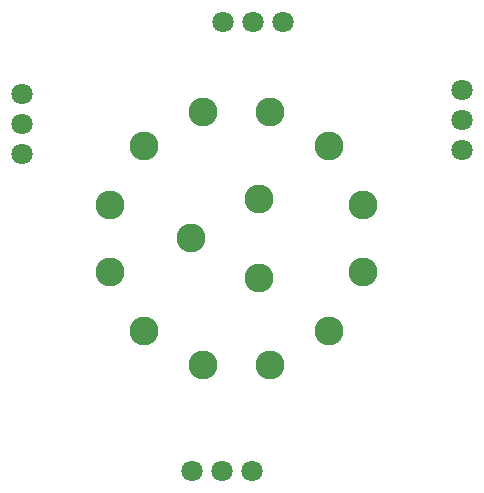
<source format=gbr>
%TF.GenerationSoftware,Altium Limited,Altium Designer,24.3.1 (35)*%
G04 Layer_Color=8388736*
%FSLAX45Y45*%
%MOMM*%
%TF.SameCoordinates,E8A12EDD-E49B-488F-A359-F1DCA573E5E5*%
%TF.FilePolarity,Negative*%
%TF.FileFunction,Soldermask,Top*%
%TF.Part,Single*%
G01*
G75*
%TA.AperFunction,ComponentPad*%
%ADD16C,2.45320*%
%ADD17C,1.80320*%
D16*
X4115300Y4126800D02*
D03*
X3828000Y4624400D02*
D03*
Y5199000D02*
D03*
X4115300Y5696600D02*
D03*
X4612900Y5983900D02*
D03*
X5187500D02*
D03*
X5685100Y5696600D02*
D03*
X5972400Y5199000D02*
D03*
Y4624400D02*
D03*
X5685100Y4126800D02*
D03*
X5187500Y3839500D02*
D03*
X4612900D02*
D03*
X4515200Y4911700D02*
D03*
X5092700Y5245100D02*
D03*
Y4578300D02*
D03*
D17*
X4521200Y2946400D02*
D03*
X4775200D02*
D03*
X5029200D02*
D03*
X6807200Y5664200D02*
D03*
Y5918200D02*
D03*
Y6172200D02*
D03*
X5295900Y6743700D02*
D03*
X5041900D02*
D03*
X4787900D02*
D03*
X3086100Y6134100D02*
D03*
Y5880100D02*
D03*
Y5626100D02*
D03*
%TF.MD5,e07f0ad35e680ca858f588fc9ebfcec3*%
M02*

</source>
